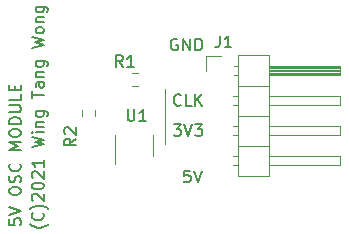
<source format=gbr>
%TF.GenerationSoftware,KiCad,Pcbnew,(5.1.9-0-10_14)*%
%TF.CreationDate,2021-09-10T16:08:35-07:00*%
%TF.ProjectId,CLOCK-MODULE,434c4f43-4b2d-44d4-9f44-554c452e6b69,rev?*%
%TF.SameCoordinates,Original*%
%TF.FileFunction,Legend,Top*%
%TF.FilePolarity,Positive*%
%FSLAX46Y46*%
G04 Gerber Fmt 4.6, Leading zero omitted, Abs format (unit mm)*
G04 Created by KiCad (PCBNEW (5.1.9-0-10_14)) date 2021-09-10 16:08:35*
%MOMM*%
%LPD*%
G01*
G04 APERTURE LIST*
%ADD10C,0.150000*%
%ADD11C,0.120000*%
G04 APERTURE END LIST*
D10*
X-5816666Y-9121428D02*
X-5864285Y-9169047D01*
X-6007142Y-9264285D01*
X-6102380Y-9311904D01*
X-6245238Y-9359523D01*
X-6483333Y-9407142D01*
X-6673809Y-9407142D01*
X-6911904Y-9359523D01*
X-7054761Y-9311904D01*
X-7150000Y-9264285D01*
X-7292857Y-9169047D01*
X-7340476Y-9121428D01*
X-6292857Y-8169047D02*
X-6245238Y-8216666D01*
X-6197619Y-8359523D01*
X-6197619Y-8454761D01*
X-6245238Y-8597619D01*
X-6340476Y-8692857D01*
X-6435714Y-8740476D01*
X-6626190Y-8788095D01*
X-6769047Y-8788095D01*
X-6959523Y-8740476D01*
X-7054761Y-8692857D01*
X-7150000Y-8597619D01*
X-7197619Y-8454761D01*
X-7197619Y-8359523D01*
X-7150000Y-8216666D01*
X-7102380Y-8169047D01*
X-5816666Y-7835714D02*
X-5864285Y-7788095D01*
X-6007142Y-7692857D01*
X-6102380Y-7645238D01*
X-6245238Y-7597619D01*
X-6483333Y-7550000D01*
X-6673809Y-7550000D01*
X-6911904Y-7597619D01*
X-7054761Y-7645238D01*
X-7150000Y-7692857D01*
X-7292857Y-7788095D01*
X-7340476Y-7835714D01*
X-7102380Y-7121428D02*
X-7150000Y-7073809D01*
X-7197619Y-6978571D01*
X-7197619Y-6740476D01*
X-7150000Y-6645238D01*
X-7102380Y-6597619D01*
X-7007142Y-6550000D01*
X-6911904Y-6550000D01*
X-6769047Y-6597619D01*
X-6197619Y-7169047D01*
X-6197619Y-6550000D01*
X-7197619Y-5930952D02*
X-7197619Y-5835714D01*
X-7150000Y-5740476D01*
X-7102380Y-5692857D01*
X-7007142Y-5645238D01*
X-6816666Y-5597619D01*
X-6578571Y-5597619D01*
X-6388095Y-5645238D01*
X-6292857Y-5692857D01*
X-6245238Y-5740476D01*
X-6197619Y-5835714D01*
X-6197619Y-5930952D01*
X-6245238Y-6026190D01*
X-6292857Y-6073809D01*
X-6388095Y-6121428D01*
X-6578571Y-6169047D01*
X-6816666Y-6169047D01*
X-7007142Y-6121428D01*
X-7102380Y-6073809D01*
X-7150000Y-6026190D01*
X-7197619Y-5930952D01*
X-7102380Y-5216666D02*
X-7150000Y-5169047D01*
X-7197619Y-5073809D01*
X-7197619Y-4835714D01*
X-7150000Y-4740476D01*
X-7102380Y-4692857D01*
X-7007142Y-4645238D01*
X-6911904Y-4645238D01*
X-6769047Y-4692857D01*
X-6197619Y-5264285D01*
X-6197619Y-4645238D01*
X-6197619Y-3692857D02*
X-6197619Y-4264285D01*
X-6197619Y-3978571D02*
X-7197619Y-3978571D01*
X-7054761Y-4073809D01*
X-6959523Y-4169047D01*
X-6911904Y-4264285D01*
X-7197619Y-2597619D02*
X-6197619Y-2359523D01*
X-6911904Y-2169047D01*
X-6197619Y-1978571D01*
X-7197619Y-1740476D01*
X-6197619Y-1359523D02*
X-6864285Y-1359523D01*
X-7197619Y-1359523D02*
X-7150000Y-1407142D01*
X-7102380Y-1359523D01*
X-7150000Y-1311904D01*
X-7197619Y-1359523D01*
X-7102380Y-1359523D01*
X-6864285Y-883333D02*
X-6197619Y-883333D01*
X-6769047Y-883333D02*
X-6816666Y-835714D01*
X-6864285Y-740476D01*
X-6864285Y-597619D01*
X-6816666Y-502380D01*
X-6721428Y-454761D01*
X-6197619Y-454761D01*
X-6864285Y449999D02*
X-6054761Y449999D01*
X-5959523Y402380D01*
X-5911904Y354761D01*
X-5864285Y259523D01*
X-5864285Y116666D01*
X-5911904Y21428D01*
X-6245238Y449999D02*
X-6197619Y354761D01*
X-6197619Y164285D01*
X-6245238Y69047D01*
X-6292857Y21428D01*
X-6388095Y-26190D01*
X-6673809Y-26190D01*
X-6769047Y21428D01*
X-6816666Y69047D01*
X-6864285Y164285D01*
X-6864285Y354761D01*
X-6816666Y449999D01*
X-7197619Y1545238D02*
X-7197619Y2116666D01*
X-6197619Y1830952D02*
X-7197619Y1830952D01*
X-6197619Y2878571D02*
X-6721428Y2878571D01*
X-6816666Y2830952D01*
X-6864285Y2735714D01*
X-6864285Y2545238D01*
X-6816666Y2449999D01*
X-6245238Y2878571D02*
X-6197619Y2783333D01*
X-6197619Y2545238D01*
X-6245238Y2449999D01*
X-6340476Y2402380D01*
X-6435714Y2402380D01*
X-6530952Y2449999D01*
X-6578571Y2545238D01*
X-6578571Y2783333D01*
X-6626190Y2878571D01*
X-6864285Y3354761D02*
X-6197619Y3354761D01*
X-6769047Y3354761D02*
X-6816666Y3402380D01*
X-6864285Y3497619D01*
X-6864285Y3640476D01*
X-6816666Y3735714D01*
X-6721428Y3783333D01*
X-6197619Y3783333D01*
X-6864285Y4688095D02*
X-6054761Y4688095D01*
X-5959523Y4640476D01*
X-5911904Y4592857D01*
X-5864285Y4497619D01*
X-5864285Y4354761D01*
X-5911904Y4259523D01*
X-6245238Y4688095D02*
X-6197619Y4592857D01*
X-6197619Y4402380D01*
X-6245238Y4307142D01*
X-6292857Y4259523D01*
X-6388095Y4211904D01*
X-6673809Y4211904D01*
X-6769047Y4259523D01*
X-6816666Y4307142D01*
X-6864285Y4402380D01*
X-6864285Y4592857D01*
X-6816666Y4688095D01*
X-7197619Y5830952D02*
X-6197619Y6069047D01*
X-6911904Y6259523D01*
X-6197619Y6449999D01*
X-7197619Y6688095D01*
X-6197619Y7211904D02*
X-6245238Y7116666D01*
X-6292857Y7069047D01*
X-6388095Y7021428D01*
X-6673809Y7021428D01*
X-6769047Y7069047D01*
X-6816666Y7116666D01*
X-6864285Y7211904D01*
X-6864285Y7354761D01*
X-6816666Y7449999D01*
X-6769047Y7497619D01*
X-6673809Y7545238D01*
X-6388095Y7545238D01*
X-6292857Y7497619D01*
X-6245238Y7449999D01*
X-6197619Y7354761D01*
X-6197619Y7211904D01*
X-6864285Y7973809D02*
X-6197619Y7973809D01*
X-6769047Y7973809D02*
X-6816666Y8021428D01*
X-6864285Y8116666D01*
X-6864285Y8259523D01*
X-6816666Y8354761D01*
X-6721428Y8402380D01*
X-6197619Y8402380D01*
X-6864285Y9307142D02*
X-6054761Y9307142D01*
X-5959523Y9259523D01*
X-5911904Y9211904D01*
X-5864285Y9116666D01*
X-5864285Y8973809D01*
X-5911904Y8878571D01*
X-6245238Y9307142D02*
X-6197619Y9211904D01*
X-6197619Y9021428D01*
X-6245238Y8926190D01*
X-6292857Y8878571D01*
X-6388095Y8830952D01*
X-6673809Y8830952D01*
X-6769047Y8878571D01*
X-6816666Y8926190D01*
X-6864285Y9021428D01*
X-6864285Y9211904D01*
X-6816666Y9307142D01*
X-9122619Y-8688214D02*
X-9122619Y-9164404D01*
X-8646428Y-9212023D01*
X-8694047Y-9164404D01*
X-8741666Y-9069166D01*
X-8741666Y-8831071D01*
X-8694047Y-8735833D01*
X-8646428Y-8688214D01*
X-8551190Y-8640595D01*
X-8313095Y-8640595D01*
X-8217857Y-8688214D01*
X-8170238Y-8735833D01*
X-8122619Y-8831071D01*
X-8122619Y-9069166D01*
X-8170238Y-9164404D01*
X-8217857Y-9212023D01*
X-9122619Y-8354880D02*
X-8122619Y-8021547D01*
X-9122619Y-7688214D01*
X-9122619Y-6402500D02*
X-9122619Y-6212023D01*
X-9075000Y-6116785D01*
X-8979761Y-6021547D01*
X-8789285Y-5973928D01*
X-8455952Y-5973928D01*
X-8265476Y-6021547D01*
X-8170238Y-6116785D01*
X-8122619Y-6212023D01*
X-8122619Y-6402500D01*
X-8170238Y-6497738D01*
X-8265476Y-6592976D01*
X-8455952Y-6640595D01*
X-8789285Y-6640595D01*
X-8979761Y-6592976D01*
X-9075000Y-6497738D01*
X-9122619Y-6402500D01*
X-8170238Y-5592976D02*
X-8122619Y-5450119D01*
X-8122619Y-5212023D01*
X-8170238Y-5116785D01*
X-8217857Y-5069166D01*
X-8313095Y-5021547D01*
X-8408333Y-5021547D01*
X-8503571Y-5069166D01*
X-8551190Y-5116785D01*
X-8598809Y-5212023D01*
X-8646428Y-5402500D01*
X-8694047Y-5497738D01*
X-8741666Y-5545357D01*
X-8836904Y-5592976D01*
X-8932142Y-5592976D01*
X-9027380Y-5545357D01*
X-9075000Y-5497738D01*
X-9122619Y-5402500D01*
X-9122619Y-5164404D01*
X-9075000Y-5021547D01*
X-8217857Y-4021547D02*
X-8170238Y-4069166D01*
X-8122619Y-4212023D01*
X-8122619Y-4307261D01*
X-8170238Y-4450119D01*
X-8265476Y-4545357D01*
X-8360714Y-4592976D01*
X-8551190Y-4640595D01*
X-8694047Y-4640595D01*
X-8884523Y-4592976D01*
X-8979761Y-4545357D01*
X-9075000Y-4450119D01*
X-9122619Y-4307261D01*
X-9122619Y-4212023D01*
X-9075000Y-4069166D01*
X-9027380Y-4021547D01*
X-8122619Y-2831071D02*
X-9122619Y-2831071D01*
X-8408333Y-2497738D01*
X-9122619Y-2164404D01*
X-8122619Y-2164404D01*
X-9122619Y-1497738D02*
X-9122619Y-1307261D01*
X-9075000Y-1212023D01*
X-8979761Y-1116785D01*
X-8789285Y-1069166D01*
X-8455952Y-1069166D01*
X-8265476Y-1116785D01*
X-8170238Y-1212023D01*
X-8122619Y-1307261D01*
X-8122619Y-1497738D01*
X-8170238Y-1592976D01*
X-8265476Y-1688214D01*
X-8455952Y-1735833D01*
X-8789285Y-1735833D01*
X-8979761Y-1688214D01*
X-9075000Y-1592976D01*
X-9122619Y-1497738D01*
X-8122619Y-640595D02*
X-9122619Y-640595D01*
X-9122619Y-402500D01*
X-9075000Y-259642D01*
X-8979761Y-164404D01*
X-8884523Y-116785D01*
X-8694047Y-69166D01*
X-8551190Y-69166D01*
X-8360714Y-116785D01*
X-8265476Y-164404D01*
X-8170238Y-259642D01*
X-8122619Y-402500D01*
X-8122619Y-640595D01*
X-9122619Y359404D02*
X-8313095Y359404D01*
X-8217857Y407023D01*
X-8170238Y454642D01*
X-8122619Y549880D01*
X-8122619Y740357D01*
X-8170238Y835595D01*
X-8217857Y883214D01*
X-8313095Y930833D01*
X-9122619Y930833D01*
X-8122619Y1883214D02*
X-8122619Y1407023D01*
X-9122619Y1407023D01*
X-8646428Y2216547D02*
X-8646428Y2549880D01*
X-8122619Y2692738D02*
X-8122619Y2216547D01*
X-9122619Y2216547D01*
X-9122619Y2692738D01*
D11*
X4077000Y2352000D02*
X4077000Y-2347000D01*
D10*
X6186261Y-4593380D02*
X5710071Y-4593380D01*
X5662452Y-5069571D01*
X5710071Y-5021952D01*
X5805309Y-4974333D01*
X6043404Y-4974333D01*
X6138642Y-5021952D01*
X6186261Y-5069571D01*
X6233880Y-5164809D01*
X6233880Y-5402904D01*
X6186261Y-5498142D01*
X6138642Y-5545761D01*
X6043404Y-5593380D01*
X5805309Y-5593380D01*
X5710071Y-5545761D01*
X5662452Y-5498142D01*
X6519595Y-4593380D02*
X6852928Y-5593380D01*
X7186261Y-4593380D01*
X4789452Y-656380D02*
X5408500Y-656380D01*
X5075166Y-1037333D01*
X5218023Y-1037333D01*
X5313261Y-1084952D01*
X5360880Y-1132571D01*
X5408500Y-1227809D01*
X5408500Y-1465904D01*
X5360880Y-1561142D01*
X5313261Y-1608761D01*
X5218023Y-1656380D01*
X4932309Y-1656380D01*
X4837071Y-1608761D01*
X4789452Y-1561142D01*
X5694214Y-656380D02*
X6027547Y-1656380D01*
X6360880Y-656380D01*
X6598976Y-656380D02*
X7218023Y-656380D01*
X6884690Y-1037333D01*
X7027547Y-1037333D01*
X7122785Y-1084952D01*
X7170404Y-1132571D01*
X7218023Y-1227809D01*
X7218023Y-1465904D01*
X7170404Y-1561142D01*
X7122785Y-1608761D01*
X7027547Y-1656380D01*
X6741833Y-1656380D01*
X6646595Y-1608761D01*
X6598976Y-1561142D01*
X5408500Y978857D02*
X5360880Y931238D01*
X5218023Y883619D01*
X5122785Y883619D01*
X4979928Y931238D01*
X4884690Y1026476D01*
X4837071Y1121714D01*
X4789452Y1312190D01*
X4789452Y1455047D01*
X4837071Y1645523D01*
X4884690Y1740761D01*
X4979928Y1836000D01*
X5122785Y1883619D01*
X5218023Y1883619D01*
X5360880Y1836000D01*
X5408500Y1788380D01*
X6313261Y883619D02*
X5837071Y883619D01*
X5837071Y1883619D01*
X6646595Y883619D02*
X6646595Y1883619D01*
X7218023Y883619D02*
X6789452Y1455047D01*
X7218023Y1883619D02*
X6646595Y1312190D01*
X5122785Y6535000D02*
X5027547Y6582619D01*
X4884690Y6582619D01*
X4741833Y6535000D01*
X4646595Y6439761D01*
X4598976Y6344523D01*
X4551357Y6154047D01*
X4551357Y6011190D01*
X4598976Y5820714D01*
X4646595Y5725476D01*
X4741833Y5630238D01*
X4884690Y5582619D01*
X4979928Y5582619D01*
X5122785Y5630238D01*
X5170404Y5677857D01*
X5170404Y6011190D01*
X4979928Y6011190D01*
X5598976Y5582619D02*
X5598976Y6582619D01*
X6170404Y5582619D01*
X6170404Y6582619D01*
X6646595Y5582619D02*
X6646595Y6582619D01*
X6884690Y6582619D01*
X7027547Y6535000D01*
X7122785Y6439761D01*
X7170404Y6344523D01*
X7218023Y6154047D01*
X7218023Y6011190D01*
X7170404Y5820714D01*
X7122785Y5725476D01*
X7027547Y5630238D01*
X6884690Y5582619D01*
X6646595Y5582619D01*
D11*
%TO.C,J1*%
X10216000Y5206000D02*
X10216000Y-5074000D01*
X10216000Y-5074000D02*
X12876000Y-5074000D01*
X12876000Y-5074000D02*
X12876000Y5206000D01*
X12876000Y5206000D02*
X10216000Y5206000D01*
X12876000Y4256000D02*
X18876000Y4256000D01*
X18876000Y4256000D02*
X18876000Y3496000D01*
X18876000Y3496000D02*
X12876000Y3496000D01*
X12876000Y4196000D02*
X18876000Y4196000D01*
X12876000Y4076000D02*
X18876000Y4076000D01*
X12876000Y3956000D02*
X18876000Y3956000D01*
X12876000Y3836000D02*
X18876000Y3836000D01*
X12876000Y3716000D02*
X18876000Y3716000D01*
X12876000Y3596000D02*
X18876000Y3596000D01*
X9886000Y4256000D02*
X10216000Y4256000D01*
X9886000Y3496000D02*
X10216000Y3496000D01*
X10216000Y2606000D02*
X12876000Y2606000D01*
X12876000Y1716000D02*
X18876000Y1716000D01*
X18876000Y1716000D02*
X18876000Y956000D01*
X18876000Y956000D02*
X12876000Y956000D01*
X9818929Y1716000D02*
X10216000Y1716000D01*
X9818929Y956000D02*
X10216000Y956000D01*
X10216000Y66000D02*
X12876000Y66000D01*
X12876000Y-824000D02*
X18876000Y-824000D01*
X18876000Y-824000D02*
X18876000Y-1584000D01*
X18876000Y-1584000D02*
X12876000Y-1584000D01*
X9818929Y-824000D02*
X10216000Y-824000D01*
X9818929Y-1584000D02*
X10216000Y-1584000D01*
X10216000Y-2474000D02*
X12876000Y-2474000D01*
X12876000Y-3364000D02*
X18876000Y-3364000D01*
X18876000Y-3364000D02*
X18876000Y-4124000D01*
X18876000Y-4124000D02*
X12876000Y-4124000D01*
X9818929Y-3364000D02*
X10216000Y-3364000D01*
X9818929Y-4124000D02*
X10216000Y-4124000D01*
X7506000Y3876000D02*
X7506000Y5146000D01*
X7506000Y5146000D02*
X8776000Y5146000D01*
%TO.C,R2*%
X-1877500Y574724D02*
X-1877500Y65276D01*
X-2922500Y574724D02*
X-2922500Y65276D01*
%TO.C,R1*%
X1815224Y3636500D02*
X1305776Y3636500D01*
X1815224Y2591500D02*
X1305776Y2591500D01*
%TO.C,U1*%
X3020000Y-3374000D02*
X3020000Y-1574000D01*
X-200000Y-1574000D02*
X-200000Y-4024000D01*
%TO.C,J1*%
D10*
X8696666Y6836619D02*
X8696666Y6122333D01*
X8649047Y5979476D01*
X8553809Y5884238D01*
X8410952Y5836619D01*
X8315714Y5836619D01*
X9696666Y5836619D02*
X9125238Y5836619D01*
X9410952Y5836619D02*
X9410952Y6836619D01*
X9315714Y6693761D01*
X9220476Y6598523D01*
X9125238Y6550904D01*
%TO.C,R2*%
X-3471619Y-1878666D02*
X-3947809Y-2212000D01*
X-3471619Y-2450095D02*
X-4471619Y-2450095D01*
X-4471619Y-2069142D01*
X-4424000Y-1973904D01*
X-4376380Y-1926285D01*
X-4281142Y-1878666D01*
X-4138285Y-1878666D01*
X-4043047Y-1926285D01*
X-3995428Y-1973904D01*
X-3947809Y-2069142D01*
X-3947809Y-2450095D01*
X-4376380Y-1497714D02*
X-4424000Y-1450095D01*
X-4471619Y-1354857D01*
X-4471619Y-1116761D01*
X-4424000Y-1021523D01*
X-4376380Y-973904D01*
X-4281142Y-926285D01*
X-4185904Y-926285D01*
X-4043047Y-973904D01*
X-3471619Y-1545333D01*
X-3471619Y-926285D01*
%TO.C,R1*%
X481333Y4185619D02*
X147999Y4661809D01*
X-90095Y4185619D02*
X-90095Y5185619D01*
X290857Y5185619D01*
X386095Y5138000D01*
X433714Y5090380D01*
X481333Y4995142D01*
X481333Y4852285D01*
X433714Y4757047D01*
X386095Y4709428D01*
X290857Y4661809D01*
X-90095Y4661809D01*
X1433714Y4185619D02*
X862285Y4185619D01*
X1147999Y4185619D02*
X1147999Y5185619D01*
X1052761Y5042761D01*
X957523Y4947523D01*
X862285Y4899904D01*
%TO.C,U1*%
X902095Y613619D02*
X902095Y-195904D01*
X949714Y-291142D01*
X997333Y-338761D01*
X1092571Y-386380D01*
X1283047Y-386380D01*
X1378285Y-338761D01*
X1425904Y-291142D01*
X1473523Y-195904D01*
X1473523Y613619D01*
X2473523Y-386380D02*
X1902095Y-386380D01*
X2187809Y-386380D02*
X2187809Y613619D01*
X2092571Y470761D01*
X1997333Y375523D01*
X1902095Y327904D01*
%TD*%
M02*

</source>
